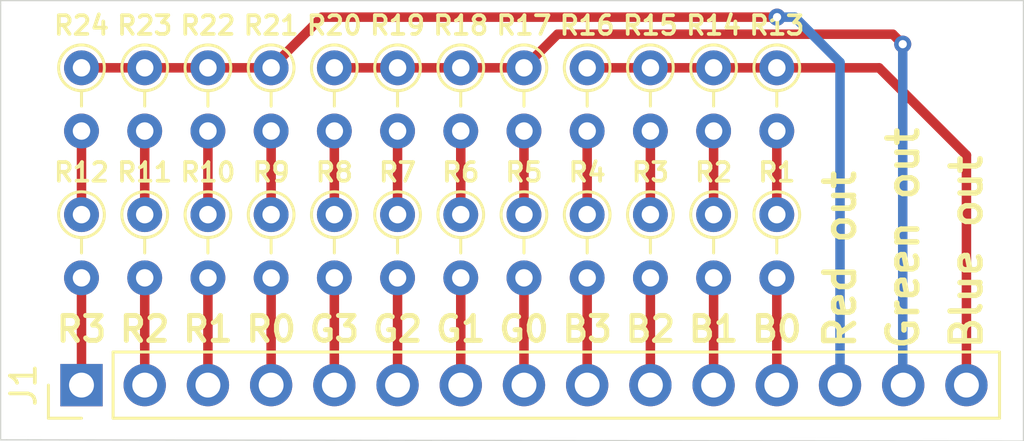
<source format=kicad_pcb>
(kicad_pcb (version 20171130) (host pcbnew 5.1.10-88a1d61d58~90~ubuntu20.04.1)

  (general
    (thickness 1.6)
    (drawings 23)
    (tracks 48)
    (zones 0)
    (modules 25)
    (nets 28)
  )

  (page A4)
  (layers
    (0 F.Cu signal)
    (31 B.Cu signal)
    (36 B.SilkS user)
    (37 F.SilkS user)
    (39 F.Mask user)
    (42 Eco1.User user)
    (44 Edge.Cuts user)
    (45 Margin user)
    (46 B.CrtYd user)
    (47 F.CrtYd user)
  )

  (setup
    (last_trace_width 0.381)
    (user_trace_width 0.254)
    (user_trace_width 0.381)
    (trace_clearance 0.1524)
    (zone_clearance 0.508)
    (zone_45_only no)
    (trace_min 0.1524)
    (via_size 0.6858)
    (via_drill 0.3302)
    (via_min_size 0.508)
    (via_min_drill 0.254)
    (uvia_size 0.508)
    (uvia_drill 0.254)
    (uvias_allowed no)
    (uvia_min_size 0.508)
    (uvia_min_drill 0.254)
    (edge_width 0.05)
    (segment_width 0.2)
    (pcb_text_width 0.3)
    (pcb_text_size 1.5 1.5)
    (mod_edge_width 0.12)
    (mod_text_size 1 1)
    (mod_text_width 0.15)
    (pad_size 1.524 1.524)
    (pad_drill 0.762)
    (pad_to_mask_clearance 0.0508)
    (aux_axis_origin 0 0)
    (visible_elements FFFFFF7F)
    (pcbplotparams
      (layerselection 0x010fc_ffffffff)
      (usegerberextensions false)
      (usegerberattributes true)
      (usegerberadvancedattributes true)
      (creategerberjobfile true)
      (excludeedgelayer true)
      (linewidth 0.100000)
      (plotframeref false)
      (viasonmask false)
      (mode 1)
      (useauxorigin false)
      (hpglpennumber 1)
      (hpglpenspeed 20)
      (hpglpendiameter 15.000000)
      (psnegative false)
      (psa4output false)
      (plotreference true)
      (plotvalue true)
      (plotinvisibletext false)
      (padsonsilk false)
      (subtractmaskfromsilk false)
      (outputformat 1)
      (mirror false)
      (drillshape 1)
      (scaleselection 1)
      (outputdirectory ""))
  )

  (net 0 "")
  (net 1 /Rin3)
  (net 2 /Rin2)
  (net 3 /Rin1)
  (net 4 /Rin0)
  (net 5 /Gin3)
  (net 6 /Gin2)
  (net 7 /Gin1)
  (net 8 /Gin0)
  (net 9 /Bin3)
  (net 10 /Bin2)
  (net 11 /Bin1)
  (net 12 /Bin0)
  (net 13 /Rout)
  (net 14 /Gout)
  (net 15 /Bout)
  (net 16 "Net-(R1-Pad1)")
  (net 17 "Net-(R14-Pad2)")
  (net 18 "Net-(R15-Pad2)")
  (net 19 "Net-(R16-Pad2)")
  (net 20 "Net-(R17-Pad2)")
  (net 21 "Net-(R18-Pad2)")
  (net 22 "Net-(R19-Pad2)")
  (net 23 "Net-(R20-Pad2)")
  (net 24 "Net-(R21-Pad2)")
  (net 25 "Net-(R10-Pad1)")
  (net 26 "Net-(R11-Pad1)")
  (net 27 "Net-(R12-Pad1)")

  (net_class Default "This is the default net class."
    (clearance 0.1524)
    (trace_width 0.1524)
    (via_dia 0.6858)
    (via_drill 0.3302)
    (uvia_dia 0.508)
    (uvia_drill 0.254)
    (add_net /Bin0)
    (add_net /Bin1)
    (add_net /Bin2)
    (add_net /Bin3)
    (add_net /Bout)
    (add_net /Gin0)
    (add_net /Gin1)
    (add_net /Gin2)
    (add_net /Gin3)
    (add_net /Gout)
    (add_net /Rin0)
    (add_net /Rin1)
    (add_net /Rin2)
    (add_net /Rin3)
    (add_net /Rout)
    (add_net "Net-(R1-Pad1)")
    (add_net "Net-(R10-Pad1)")
    (add_net "Net-(R11-Pad1)")
    (add_net "Net-(R12-Pad1)")
    (add_net "Net-(R14-Pad2)")
    (add_net "Net-(R15-Pad2)")
    (add_net "Net-(R16-Pad2)")
    (add_net "Net-(R17-Pad2)")
    (add_net "Net-(R18-Pad2)")
    (add_net "Net-(R19-Pad2)")
    (add_net "Net-(R20-Pad2)")
    (add_net "Net-(R21-Pad2)")
  )

  (module Connector_PinHeader_2.54mm:PinHeader_1x15_P2.54mm_Vertical (layer F.Cu) (tedit 59FED5CC) (tstamp 613D3C50)
    (at 113.3 133.55 90)
    (descr "Through hole straight pin header, 1x15, 2.54mm pitch, single row")
    (tags "Through hole pin header THT 1x15 2.54mm single row")
    (path /613CA3EC)
    (fp_text reference J1 (at 0 -2.33 90) (layer F.SilkS)
      (effects (font (size 1 1) (thickness 0.15)))
    )
    (fp_text value Conn_01x15 (at 0 37.89 90) (layer F.Fab)
      (effects (font (size 1 1) (thickness 0.15)))
    )
    (fp_line (start 1.8 -1.8) (end -1.8 -1.8) (layer F.CrtYd) (width 0.05))
    (fp_line (start 1.8 37.35) (end 1.8 -1.8) (layer F.CrtYd) (width 0.05))
    (fp_line (start -1.8 37.35) (end 1.8 37.35) (layer F.CrtYd) (width 0.05))
    (fp_line (start -1.8 -1.8) (end -1.8 37.35) (layer F.CrtYd) (width 0.05))
    (fp_line (start -1.33 -1.33) (end 0 -1.33) (layer F.SilkS) (width 0.12))
    (fp_line (start -1.33 0) (end -1.33 -1.33) (layer F.SilkS) (width 0.12))
    (fp_line (start -1.33 1.27) (end 1.33 1.27) (layer F.SilkS) (width 0.12))
    (fp_line (start 1.33 1.27) (end 1.33 36.89) (layer F.SilkS) (width 0.12))
    (fp_line (start -1.33 1.27) (end -1.33 36.89) (layer F.SilkS) (width 0.12))
    (fp_line (start -1.33 36.89) (end 1.33 36.89) (layer F.SilkS) (width 0.12))
    (fp_line (start -1.27 -0.635) (end -0.635 -1.27) (layer F.Fab) (width 0.1))
    (fp_line (start -1.27 36.83) (end -1.27 -0.635) (layer F.Fab) (width 0.1))
    (fp_line (start 1.27 36.83) (end -1.27 36.83) (layer F.Fab) (width 0.1))
    (fp_line (start 1.27 -1.27) (end 1.27 36.83) (layer F.Fab) (width 0.1))
    (fp_line (start -0.635 -1.27) (end 1.27 -1.27) (layer F.Fab) (width 0.1))
    (fp_text user %R (at 0 17.78) (layer F.Fab)
      (effects (font (size 1 1) (thickness 0.15)))
    )
    (pad 1 thru_hole rect (at 0 0 90) (size 1.7 1.7) (drill 1) (layers *.Cu *.Mask)
      (net 1 /Rin3))
    (pad 2 thru_hole oval (at 0 2.54 90) (size 1.7 1.7) (drill 1) (layers *.Cu *.Mask)
      (net 2 /Rin2))
    (pad 3 thru_hole oval (at 0 5.08 90) (size 1.7 1.7) (drill 1) (layers *.Cu *.Mask)
      (net 3 /Rin1))
    (pad 4 thru_hole oval (at 0 7.62 90) (size 1.7 1.7) (drill 1) (layers *.Cu *.Mask)
      (net 4 /Rin0))
    (pad 5 thru_hole oval (at 0 10.16 90) (size 1.7 1.7) (drill 1) (layers *.Cu *.Mask)
      (net 5 /Gin3))
    (pad 6 thru_hole oval (at 0 12.7 90) (size 1.7 1.7) (drill 1) (layers *.Cu *.Mask)
      (net 6 /Gin2))
    (pad 7 thru_hole oval (at 0 15.24 90) (size 1.7 1.7) (drill 1) (layers *.Cu *.Mask)
      (net 7 /Gin1))
    (pad 8 thru_hole oval (at 0 17.78 90) (size 1.7 1.7) (drill 1) (layers *.Cu *.Mask)
      (net 8 /Gin0))
    (pad 9 thru_hole oval (at 0 20.32 90) (size 1.7 1.7) (drill 1) (layers *.Cu *.Mask)
      (net 9 /Bin3))
    (pad 10 thru_hole oval (at 0 22.86 90) (size 1.7 1.7) (drill 1) (layers *.Cu *.Mask)
      (net 10 /Bin2))
    (pad 11 thru_hole oval (at 0 25.4 90) (size 1.7 1.7) (drill 1) (layers *.Cu *.Mask)
      (net 11 /Bin1))
    (pad 12 thru_hole oval (at 0 27.94 90) (size 1.7 1.7) (drill 1) (layers *.Cu *.Mask)
      (net 12 /Bin0))
    (pad 13 thru_hole oval (at 0 30.48 90) (size 1.7 1.7) (drill 1) (layers *.Cu *.Mask)
      (net 13 /Rout))
    (pad 14 thru_hole oval (at 0 33.02 90) (size 1.7 1.7) (drill 1) (layers *.Cu *.Mask)
      (net 14 /Gout))
    (pad 15 thru_hole oval (at 0 35.56 90) (size 1.7 1.7) (drill 1) (layers *.Cu *.Mask)
      (net 15 /Bout))
    (model ${KISYS3DMOD}/Connector_PinHeader_2.54mm.3dshapes/PinHeader_1x15_P2.54mm_Vertical.wrl
      (at (xyz 0 0 0))
      (scale (xyz 1 1 1))
      (rotate (xyz 0 0 0))
    )
  )

  (module BreadboardDAC:R_Axial_DIN0204_L3.6mm_D1.6mm_P2.54mm_Vertical (layer F.Cu) (tedit 613CAC29) (tstamp 613D3C5F)
    (at 141.24 126.7 270)
    (descr "Resistor, Axial_DIN0204 series, Axial, Vertical, pin pitch=2.54mm, 0.167W, length*diameter=3.6*1.6mm^2, http://cdn-reichelt.de/documents/datenblatt/B400/1_4W%23YAG.pdf")
    (tags "Resistor Axial_DIN0204 series Axial Vertical pin pitch 2.54mm 0.167W length 3.6mm diameter 1.6mm")
    (path /613D2749)
    (fp_text reference R1 (at -1.7018 0) (layer F.SilkS)
      (effects (font (size 0.75 0.75) (thickness 0.15)))
    )
    (fp_text value 3k9 (at 1.27 1.92 90) (layer F.Fab)
      (effects (font (size 1 1) (thickness 0.15)))
    )
    (fp_circle (center 0 0) (end 0.8 0) (layer F.Fab) (width 0.1))
    (fp_circle (center 0 0) (end 0.92 0) (layer F.SilkS) (width 0.12))
    (fp_line (start 0 0) (end 2.54 0) (layer F.Fab) (width 0.1))
    (fp_line (start 0.92 0) (end 1.54 0) (layer F.SilkS) (width 0.12))
    (fp_line (start -1.05 -1.05) (end -1.05 1.05) (layer F.CrtYd) (width 0.05))
    (fp_line (start -1.05 1.05) (end 3.49 1.05) (layer F.CrtYd) (width 0.05))
    (fp_line (start 3.49 1.05) (end 3.49 -1.05) (layer F.CrtYd) (width 0.05))
    (fp_line (start 3.49 -1.05) (end -1.05 -1.05) (layer F.CrtYd) (width 0.05))
    (fp_text user %R (at 4.191 0 180) (layer F.Fab)
      (effects (font (size 0.75 0.75) (thickness 0.15)))
    )
    (pad 1 thru_hole circle (at 0 0 270) (size 1.4 1.4) (drill 0.7) (layers *.Cu *.Mask)
      (net 16 "Net-(R1-Pad1)"))
    (pad 2 thru_hole oval (at 2.54 0 270) (size 1.4 1.4) (drill 0.7) (layers *.Cu *.Mask)
      (net 12 /Bin0))
    (model ${KISYS3DMOD}/Resistor_THT.3dshapes/R_Axial_DIN0204_L3.6mm_D1.6mm_P2.54mm_Vertical.wrl
      (at (xyz 0 0 0))
      (scale (xyz 1 1 1))
      (rotate (xyz 0 0 0))
    )
  )

  (module BreadboardDAC:R_Axial_DIN0204_L3.6mm_D1.6mm_P2.54mm_Vertical (layer F.Cu) (tedit 613CAC29) (tstamp 613D3C6E)
    (at 138.7 126.7 270)
    (descr "Resistor, Axial_DIN0204 series, Axial, Vertical, pin pitch=2.54mm, 0.167W, length*diameter=3.6*1.6mm^2, http://cdn-reichelt.de/documents/datenblatt/B400/1_4W%23YAG.pdf")
    (tags "Resistor Axial_DIN0204 series Axial Vertical pin pitch 2.54mm 0.167W length 3.6mm diameter 1.6mm")
    (path /613D28B3)
    (fp_text reference R2 (at -1.7018 0) (layer F.SilkS)
      (effects (font (size 0.75 0.75) (thickness 0.15)))
    )
    (fp_text value 2k (at 1.27 1.92 90) (layer F.Fab)
      (effects (font (size 1 1) (thickness 0.15)))
    )
    (fp_circle (center 0 0) (end 0.8 0) (layer F.Fab) (width 0.1))
    (fp_circle (center 0 0) (end 0.92 0) (layer F.SilkS) (width 0.12))
    (fp_line (start 0 0) (end 2.54 0) (layer F.Fab) (width 0.1))
    (fp_line (start 0.92 0) (end 1.54 0) (layer F.SilkS) (width 0.12))
    (fp_line (start -1.05 -1.05) (end -1.05 1.05) (layer F.CrtYd) (width 0.05))
    (fp_line (start -1.05 1.05) (end 3.49 1.05) (layer F.CrtYd) (width 0.05))
    (fp_line (start 3.49 1.05) (end 3.49 -1.05) (layer F.CrtYd) (width 0.05))
    (fp_line (start 3.49 -1.05) (end -1.05 -1.05) (layer F.CrtYd) (width 0.05))
    (fp_text user %R (at 4.191 0 180) (layer F.Fab)
      (effects (font (size 0.75 0.75) (thickness 0.15)))
    )
    (pad 1 thru_hole circle (at 0 0 270) (size 1.4 1.4) (drill 0.7) (layers *.Cu *.Mask)
      (net 17 "Net-(R14-Pad2)"))
    (pad 2 thru_hole oval (at 2.54 0 270) (size 1.4 1.4) (drill 0.7) (layers *.Cu *.Mask)
      (net 11 /Bin1))
    (model ${KISYS3DMOD}/Resistor_THT.3dshapes/R_Axial_DIN0204_L3.6mm_D1.6mm_P2.54mm_Vertical.wrl
      (at (xyz 0 0 0))
      (scale (xyz 1 1 1))
      (rotate (xyz 0 0 0))
    )
  )

  (module BreadboardDAC:R_Axial_DIN0204_L3.6mm_D1.6mm_P2.54mm_Vertical (layer F.Cu) (tedit 613CAC29) (tstamp 613D3C7D)
    (at 136.16 126.7 270)
    (descr "Resistor, Axial_DIN0204 series, Axial, Vertical, pin pitch=2.54mm, 0.167W, length*diameter=3.6*1.6mm^2, http://cdn-reichelt.de/documents/datenblatt/B400/1_4W%23YAG.pdf")
    (tags "Resistor Axial_DIN0204 series Axial Vertical pin pitch 2.54mm 0.167W length 3.6mm diameter 1.6mm")
    (path /613D28C9)
    (fp_text reference R3 (at -1.7018 0) (layer F.SilkS)
      (effects (font (size 0.75 0.75) (thickness 0.15)))
    )
    (fp_text value 1k (at 1.27 1.92 90) (layer F.Fab)
      (effects (font (size 1 1) (thickness 0.15)))
    )
    (fp_circle (center 0 0) (end 0.8 0) (layer F.Fab) (width 0.1))
    (fp_circle (center 0 0) (end 0.92 0) (layer F.SilkS) (width 0.12))
    (fp_line (start 0 0) (end 2.54 0) (layer F.Fab) (width 0.1))
    (fp_line (start 0.92 0) (end 1.54 0) (layer F.SilkS) (width 0.12))
    (fp_line (start -1.05 -1.05) (end -1.05 1.05) (layer F.CrtYd) (width 0.05))
    (fp_line (start -1.05 1.05) (end 3.49 1.05) (layer F.CrtYd) (width 0.05))
    (fp_line (start 3.49 1.05) (end 3.49 -1.05) (layer F.CrtYd) (width 0.05))
    (fp_line (start 3.49 -1.05) (end -1.05 -1.05) (layer F.CrtYd) (width 0.05))
    (fp_text user %R (at 4.191 0 180) (layer F.Fab)
      (effects (font (size 0.75 0.75) (thickness 0.15)))
    )
    (pad 1 thru_hole circle (at 0 0 270) (size 1.4 1.4) (drill 0.7) (layers *.Cu *.Mask)
      (net 18 "Net-(R15-Pad2)"))
    (pad 2 thru_hole oval (at 2.54 0 270) (size 1.4 1.4) (drill 0.7) (layers *.Cu *.Mask)
      (net 10 /Bin2))
    (model ${KISYS3DMOD}/Resistor_THT.3dshapes/R_Axial_DIN0204_L3.6mm_D1.6mm_P2.54mm_Vertical.wrl
      (at (xyz 0 0 0))
      (scale (xyz 1 1 1))
      (rotate (xyz 0 0 0))
    )
  )

  (module BreadboardDAC:R_Axial_DIN0204_L3.6mm_D1.6mm_P2.54mm_Vertical (layer F.Cu) (tedit 613CAC29) (tstamp 613D3C8C)
    (at 133.62 126.7 270)
    (descr "Resistor, Axial_DIN0204 series, Axial, Vertical, pin pitch=2.54mm, 0.167W, length*diameter=3.6*1.6mm^2, http://cdn-reichelt.de/documents/datenblatt/B400/1_4W%23YAG.pdf")
    (tags "Resistor Axial_DIN0204 series Axial Vertical pin pitch 2.54mm 0.167W length 3.6mm diameter 1.6mm")
    (path /613D28DF)
    (fp_text reference R4 (at -1.7018 0) (layer F.SilkS)
      (effects (font (size 0.75 0.75) (thickness 0.15)))
    )
    (fp_text value 430 (at 1.27 1.92 90) (layer F.Fab)
      (effects (font (size 1 1) (thickness 0.15)))
    )
    (fp_circle (center 0 0) (end 0.8 0) (layer F.Fab) (width 0.1))
    (fp_circle (center 0 0) (end 0.92 0) (layer F.SilkS) (width 0.12))
    (fp_line (start 0 0) (end 2.54 0) (layer F.Fab) (width 0.1))
    (fp_line (start 0.92 0) (end 1.54 0) (layer F.SilkS) (width 0.12))
    (fp_line (start -1.05 -1.05) (end -1.05 1.05) (layer F.CrtYd) (width 0.05))
    (fp_line (start -1.05 1.05) (end 3.49 1.05) (layer F.CrtYd) (width 0.05))
    (fp_line (start 3.49 1.05) (end 3.49 -1.05) (layer F.CrtYd) (width 0.05))
    (fp_line (start 3.49 -1.05) (end -1.05 -1.05) (layer F.CrtYd) (width 0.05))
    (fp_text user %R (at 4.191 0 180) (layer F.Fab)
      (effects (font (size 0.75 0.75) (thickness 0.15)))
    )
    (pad 1 thru_hole circle (at 0 0 270) (size 1.4 1.4) (drill 0.7) (layers *.Cu *.Mask)
      (net 19 "Net-(R16-Pad2)"))
    (pad 2 thru_hole oval (at 2.54 0 270) (size 1.4 1.4) (drill 0.7) (layers *.Cu *.Mask)
      (net 9 /Bin3))
    (model ${KISYS3DMOD}/Resistor_THT.3dshapes/R_Axial_DIN0204_L3.6mm_D1.6mm_P2.54mm_Vertical.wrl
      (at (xyz 0 0 0))
      (scale (xyz 1 1 1))
      (rotate (xyz 0 0 0))
    )
  )

  (module BreadboardDAC:R_Axial_DIN0204_L3.6mm_D1.6mm_P2.54mm_Vertical (layer F.Cu) (tedit 613CAC29) (tstamp 613D3C9B)
    (at 131.08 126.7 270)
    (descr "Resistor, Axial_DIN0204 series, Axial, Vertical, pin pitch=2.54mm, 0.167W, length*diameter=3.6*1.6mm^2, http://cdn-reichelt.de/documents/datenblatt/B400/1_4W%23YAG.pdf")
    (tags "Resistor Axial_DIN0204 series Axial Vertical pin pitch 2.54mm 0.167W length 3.6mm diameter 1.6mm")
    (path /613D03E6)
    (fp_text reference R5 (at -1.7018 0) (layer F.SilkS)
      (effects (font (size 0.75 0.75) (thickness 0.15)))
    )
    (fp_text value 3k9 (at 1.27 1.92 90) (layer F.Fab)
      (effects (font (size 1 1) (thickness 0.15)))
    )
    (fp_text user %R (at 4.191 0 180) (layer F.Fab)
      (effects (font (size 0.75 0.75) (thickness 0.15)))
    )
    (fp_line (start 3.49 -1.05) (end -1.05 -1.05) (layer F.CrtYd) (width 0.05))
    (fp_line (start 3.49 1.05) (end 3.49 -1.05) (layer F.CrtYd) (width 0.05))
    (fp_line (start -1.05 1.05) (end 3.49 1.05) (layer F.CrtYd) (width 0.05))
    (fp_line (start -1.05 -1.05) (end -1.05 1.05) (layer F.CrtYd) (width 0.05))
    (fp_line (start 0.92 0) (end 1.54 0) (layer F.SilkS) (width 0.12))
    (fp_line (start 0 0) (end 2.54 0) (layer F.Fab) (width 0.1))
    (fp_circle (center 0 0) (end 0.92 0) (layer F.SilkS) (width 0.12))
    (fp_circle (center 0 0) (end 0.8 0) (layer F.Fab) (width 0.1))
    (pad 2 thru_hole oval (at 2.54 0 270) (size 1.4 1.4) (drill 0.7) (layers *.Cu *.Mask)
      (net 8 /Gin0))
    (pad 1 thru_hole circle (at 0 0 270) (size 1.4 1.4) (drill 0.7) (layers *.Cu *.Mask)
      (net 20 "Net-(R17-Pad2)"))
    (model ${KISYS3DMOD}/Resistor_THT.3dshapes/R_Axial_DIN0204_L3.6mm_D1.6mm_P2.54mm_Vertical.wrl
      (at (xyz 0 0 0))
      (scale (xyz 1 1 1))
      (rotate (xyz 0 0 0))
    )
  )

  (module BreadboardDAC:R_Axial_DIN0204_L3.6mm_D1.6mm_P2.54mm_Vertical (layer F.Cu) (tedit 613CAC29) (tstamp 613D3CAA)
    (at 128.54 126.7 270)
    (descr "Resistor, Axial_DIN0204 series, Axial, Vertical, pin pitch=2.54mm, 0.167W, length*diameter=3.6*1.6mm^2, http://cdn-reichelt.de/documents/datenblatt/B400/1_4W%23YAG.pdf")
    (tags "Resistor Axial_DIN0204 series Axial Vertical pin pitch 2.54mm 0.167W length 3.6mm diameter 1.6mm")
    (path /613D04D0)
    (fp_text reference R6 (at -1.7018 0) (layer F.SilkS)
      (effects (font (size 0.75 0.75) (thickness 0.15)))
    )
    (fp_text value 2k (at 1.27 1.92 90) (layer F.Fab)
      (effects (font (size 1 1) (thickness 0.15)))
    )
    (fp_text user %R (at 4.191 0 180) (layer F.Fab)
      (effects (font (size 0.75 0.75) (thickness 0.15)))
    )
    (fp_line (start 3.49 -1.05) (end -1.05 -1.05) (layer F.CrtYd) (width 0.05))
    (fp_line (start 3.49 1.05) (end 3.49 -1.05) (layer F.CrtYd) (width 0.05))
    (fp_line (start -1.05 1.05) (end 3.49 1.05) (layer F.CrtYd) (width 0.05))
    (fp_line (start -1.05 -1.05) (end -1.05 1.05) (layer F.CrtYd) (width 0.05))
    (fp_line (start 0.92 0) (end 1.54 0) (layer F.SilkS) (width 0.12))
    (fp_line (start 0 0) (end 2.54 0) (layer F.Fab) (width 0.1))
    (fp_circle (center 0 0) (end 0.92 0) (layer F.SilkS) (width 0.12))
    (fp_circle (center 0 0) (end 0.8 0) (layer F.Fab) (width 0.1))
    (pad 2 thru_hole oval (at 2.54 0 270) (size 1.4 1.4) (drill 0.7) (layers *.Cu *.Mask)
      (net 7 /Gin1))
    (pad 1 thru_hole circle (at 0 0 270) (size 1.4 1.4) (drill 0.7) (layers *.Cu *.Mask)
      (net 21 "Net-(R18-Pad2)"))
    (model ${KISYS3DMOD}/Resistor_THT.3dshapes/R_Axial_DIN0204_L3.6mm_D1.6mm_P2.54mm_Vertical.wrl
      (at (xyz 0 0 0))
      (scale (xyz 1 1 1))
      (rotate (xyz 0 0 0))
    )
  )

  (module BreadboardDAC:R_Axial_DIN0204_L3.6mm_D1.6mm_P2.54mm_Vertical (layer F.Cu) (tedit 613CAC29) (tstamp 613D3CB9)
    (at 126 126.7 270)
    (descr "Resistor, Axial_DIN0204 series, Axial, Vertical, pin pitch=2.54mm, 0.167W, length*diameter=3.6*1.6mm^2, http://cdn-reichelt.de/documents/datenblatt/B400/1_4W%23YAG.pdf")
    (tags "Resistor Axial_DIN0204 series Axial Vertical pin pitch 2.54mm 0.167W length 3.6mm diameter 1.6mm")
    (path /613D04E6)
    (fp_text reference R7 (at -1.7018 0) (layer F.SilkS)
      (effects (font (size 0.75 0.75) (thickness 0.15)))
    )
    (fp_text value 1k (at 1.27 1.92 90) (layer F.Fab)
      (effects (font (size 1 1) (thickness 0.15)))
    )
    (fp_circle (center 0 0) (end 0.8 0) (layer F.Fab) (width 0.1))
    (fp_circle (center 0 0) (end 0.92 0) (layer F.SilkS) (width 0.12))
    (fp_line (start 0 0) (end 2.54 0) (layer F.Fab) (width 0.1))
    (fp_line (start 0.92 0) (end 1.54 0) (layer F.SilkS) (width 0.12))
    (fp_line (start -1.05 -1.05) (end -1.05 1.05) (layer F.CrtYd) (width 0.05))
    (fp_line (start -1.05 1.05) (end 3.49 1.05) (layer F.CrtYd) (width 0.05))
    (fp_line (start 3.49 1.05) (end 3.49 -1.05) (layer F.CrtYd) (width 0.05))
    (fp_line (start 3.49 -1.05) (end -1.05 -1.05) (layer F.CrtYd) (width 0.05))
    (fp_text user %R (at 4.191 0 180) (layer F.Fab)
      (effects (font (size 0.75 0.75) (thickness 0.15)))
    )
    (pad 1 thru_hole circle (at 0 0 270) (size 1.4 1.4) (drill 0.7) (layers *.Cu *.Mask)
      (net 22 "Net-(R19-Pad2)"))
    (pad 2 thru_hole oval (at 2.54 0 270) (size 1.4 1.4) (drill 0.7) (layers *.Cu *.Mask)
      (net 6 /Gin2))
    (model ${KISYS3DMOD}/Resistor_THT.3dshapes/R_Axial_DIN0204_L3.6mm_D1.6mm_P2.54mm_Vertical.wrl
      (at (xyz 0 0 0))
      (scale (xyz 1 1 1))
      (rotate (xyz 0 0 0))
    )
  )

  (module BreadboardDAC:R_Axial_DIN0204_L3.6mm_D1.6mm_P2.54mm_Vertical (layer F.Cu) (tedit 613CAC29) (tstamp 613D3CC8)
    (at 123.46 126.7 270)
    (descr "Resistor, Axial_DIN0204 series, Axial, Vertical, pin pitch=2.54mm, 0.167W, length*diameter=3.6*1.6mm^2, http://cdn-reichelt.de/documents/datenblatt/B400/1_4W%23YAG.pdf")
    (tags "Resistor Axial_DIN0204 series Axial Vertical pin pitch 2.54mm 0.167W length 3.6mm diameter 1.6mm")
    (path /613D04FC)
    (fp_text reference R8 (at -1.7018 0) (layer F.SilkS)
      (effects (font (size 0.75 0.75) (thickness 0.15)))
    )
    (fp_text value 430 (at 1.27 1.92 90) (layer F.Fab)
      (effects (font (size 1 1) (thickness 0.15)))
    )
    (fp_circle (center 0 0) (end 0.8 0) (layer F.Fab) (width 0.1))
    (fp_circle (center 0 0) (end 0.92 0) (layer F.SilkS) (width 0.12))
    (fp_line (start 0 0) (end 2.54 0) (layer F.Fab) (width 0.1))
    (fp_line (start 0.92 0) (end 1.54 0) (layer F.SilkS) (width 0.12))
    (fp_line (start -1.05 -1.05) (end -1.05 1.05) (layer F.CrtYd) (width 0.05))
    (fp_line (start -1.05 1.05) (end 3.49 1.05) (layer F.CrtYd) (width 0.05))
    (fp_line (start 3.49 1.05) (end 3.49 -1.05) (layer F.CrtYd) (width 0.05))
    (fp_line (start 3.49 -1.05) (end -1.05 -1.05) (layer F.CrtYd) (width 0.05))
    (fp_text user %R (at 4.191 0 180) (layer F.Fab)
      (effects (font (size 0.75 0.75) (thickness 0.15)))
    )
    (pad 1 thru_hole circle (at 0 0 270) (size 1.4 1.4) (drill 0.7) (layers *.Cu *.Mask)
      (net 23 "Net-(R20-Pad2)"))
    (pad 2 thru_hole oval (at 2.54 0 270) (size 1.4 1.4) (drill 0.7) (layers *.Cu *.Mask)
      (net 5 /Gin3))
    (model ${KISYS3DMOD}/Resistor_THT.3dshapes/R_Axial_DIN0204_L3.6mm_D1.6mm_P2.54mm_Vertical.wrl
      (at (xyz 0 0 0))
      (scale (xyz 1 1 1))
      (rotate (xyz 0 0 0))
    )
  )

  (module BreadboardDAC:R_Axial_DIN0204_L3.6mm_D1.6mm_P2.54mm_Vertical (layer F.Cu) (tedit 613CAC29) (tstamp 613D3CD7)
    (at 120.92 126.7 270)
    (descr "Resistor, Axial_DIN0204 series, Axial, Vertical, pin pitch=2.54mm, 0.167W, length*diameter=3.6*1.6mm^2, http://cdn-reichelt.de/documents/datenblatt/B400/1_4W%23YAG.pdf")
    (tags "Resistor Axial_DIN0204 series Axial Vertical pin pitch 2.54mm 0.167W length 3.6mm diameter 1.6mm")
    (path /613CD960)
    (fp_text reference R9 (at -1.7018 0) (layer F.SilkS)
      (effects (font (size 0.75 0.75) (thickness 0.15)))
    )
    (fp_text value 3k9 (at 1.27 1.92 90) (layer F.Fab)
      (effects (font (size 1 1) (thickness 0.15)))
    )
    (fp_text user %R (at 4.191 0 180) (layer F.Fab)
      (effects (font (size 0.75 0.75) (thickness 0.15)))
    )
    (fp_line (start 3.49 -1.05) (end -1.05 -1.05) (layer F.CrtYd) (width 0.05))
    (fp_line (start 3.49 1.05) (end 3.49 -1.05) (layer F.CrtYd) (width 0.05))
    (fp_line (start -1.05 1.05) (end 3.49 1.05) (layer F.CrtYd) (width 0.05))
    (fp_line (start -1.05 -1.05) (end -1.05 1.05) (layer F.CrtYd) (width 0.05))
    (fp_line (start 0.92 0) (end 1.54 0) (layer F.SilkS) (width 0.12))
    (fp_line (start 0 0) (end 2.54 0) (layer F.Fab) (width 0.1))
    (fp_circle (center 0 0) (end 0.92 0) (layer F.SilkS) (width 0.12))
    (fp_circle (center 0 0) (end 0.8 0) (layer F.Fab) (width 0.1))
    (pad 2 thru_hole oval (at 2.54 0 270) (size 1.4 1.4) (drill 0.7) (layers *.Cu *.Mask)
      (net 4 /Rin0))
    (pad 1 thru_hole circle (at 0 0 270) (size 1.4 1.4) (drill 0.7) (layers *.Cu *.Mask)
      (net 24 "Net-(R21-Pad2)"))
    (model ${KISYS3DMOD}/Resistor_THT.3dshapes/R_Axial_DIN0204_L3.6mm_D1.6mm_P2.54mm_Vertical.wrl
      (at (xyz 0 0 0))
      (scale (xyz 1 1 1))
      (rotate (xyz 0 0 0))
    )
  )

  (module BreadboardDAC:R_Axial_DIN0204_L3.6mm_D1.6mm_P2.54mm_Vertical (layer F.Cu) (tedit 613CAC29) (tstamp 613D3CE6)
    (at 118.38 126.7 270)
    (descr "Resistor, Axial_DIN0204 series, Axial, Vertical, pin pitch=2.54mm, 0.167W, length*diameter=3.6*1.6mm^2, http://cdn-reichelt.de/documents/datenblatt/B400/1_4W%23YAG.pdf")
    (tags "Resistor Axial_DIN0204 series Axial Vertical pin pitch 2.54mm 0.167W length 3.6mm diameter 1.6mm")
    (path /613CE98A)
    (fp_text reference R10 (at -1.7018 0) (layer F.SilkS)
      (effects (font (size 0.75 0.75) (thickness 0.15)))
    )
    (fp_text value 2k (at 1.27 1.92 90) (layer F.Fab)
      (effects (font (size 1 1) (thickness 0.15)))
    )
    (fp_text user %R (at 4.191 0 180) (layer F.Fab)
      (effects (font (size 0.75 0.75) (thickness 0.15)))
    )
    (fp_line (start 3.49 -1.05) (end -1.05 -1.05) (layer F.CrtYd) (width 0.05))
    (fp_line (start 3.49 1.05) (end 3.49 -1.05) (layer F.CrtYd) (width 0.05))
    (fp_line (start -1.05 1.05) (end 3.49 1.05) (layer F.CrtYd) (width 0.05))
    (fp_line (start -1.05 -1.05) (end -1.05 1.05) (layer F.CrtYd) (width 0.05))
    (fp_line (start 0.92 0) (end 1.54 0) (layer F.SilkS) (width 0.12))
    (fp_line (start 0 0) (end 2.54 0) (layer F.Fab) (width 0.1))
    (fp_circle (center 0 0) (end 0.92 0) (layer F.SilkS) (width 0.12))
    (fp_circle (center 0 0) (end 0.8 0) (layer F.Fab) (width 0.1))
    (pad 2 thru_hole oval (at 2.54 0 270) (size 1.4 1.4) (drill 0.7) (layers *.Cu *.Mask)
      (net 3 /Rin1))
    (pad 1 thru_hole circle (at 0 0 270) (size 1.4 1.4) (drill 0.7) (layers *.Cu *.Mask)
      (net 25 "Net-(R10-Pad1)"))
    (model ${KISYS3DMOD}/Resistor_THT.3dshapes/R_Axial_DIN0204_L3.6mm_D1.6mm_P2.54mm_Vertical.wrl
      (at (xyz 0 0 0))
      (scale (xyz 1 1 1))
      (rotate (xyz 0 0 0))
    )
  )

  (module BreadboardDAC:R_Axial_DIN0204_L3.6mm_D1.6mm_P2.54mm_Vertical (layer F.Cu) (tedit 613CAC29) (tstamp 613D3CF5)
    (at 115.84 126.7 270)
    (descr "Resistor, Axial_DIN0204 series, Axial, Vertical, pin pitch=2.54mm, 0.167W, length*diameter=3.6*1.6mm^2, http://cdn-reichelt.de/documents/datenblatt/B400/1_4W%23YAG.pdf")
    (tags "Resistor Axial_DIN0204 series Axial Vertical pin pitch 2.54mm 0.167W length 3.6mm diameter 1.6mm")
    (path /613CF264)
    (fp_text reference R11 (at -1.7018 0) (layer F.SilkS)
      (effects (font (size 0.75 0.75) (thickness 0.15)))
    )
    (fp_text value 1k (at 1.27 1.92 90) (layer F.Fab)
      (effects (font (size 1 1) (thickness 0.15)))
    )
    (fp_text user %R (at 4.191 0 180) (layer F.Fab)
      (effects (font (size 0.75 0.75) (thickness 0.15)))
    )
    (fp_line (start 3.49 -1.05) (end -1.05 -1.05) (layer F.CrtYd) (width 0.05))
    (fp_line (start 3.49 1.05) (end 3.49 -1.05) (layer F.CrtYd) (width 0.05))
    (fp_line (start -1.05 1.05) (end 3.49 1.05) (layer F.CrtYd) (width 0.05))
    (fp_line (start -1.05 -1.05) (end -1.05 1.05) (layer F.CrtYd) (width 0.05))
    (fp_line (start 0.92 0) (end 1.54 0) (layer F.SilkS) (width 0.12))
    (fp_line (start 0 0) (end 2.54 0) (layer F.Fab) (width 0.1))
    (fp_circle (center 0 0) (end 0.92 0) (layer F.SilkS) (width 0.12))
    (fp_circle (center 0 0) (end 0.8 0) (layer F.Fab) (width 0.1))
    (pad 2 thru_hole oval (at 2.54 0 270) (size 1.4 1.4) (drill 0.7) (layers *.Cu *.Mask)
      (net 2 /Rin2))
    (pad 1 thru_hole circle (at 0 0 270) (size 1.4 1.4) (drill 0.7) (layers *.Cu *.Mask)
      (net 26 "Net-(R11-Pad1)"))
    (model ${KISYS3DMOD}/Resistor_THT.3dshapes/R_Axial_DIN0204_L3.6mm_D1.6mm_P2.54mm_Vertical.wrl
      (at (xyz 0 0 0))
      (scale (xyz 1 1 1))
      (rotate (xyz 0 0 0))
    )
  )

  (module BreadboardDAC:R_Axial_DIN0204_L3.6mm_D1.6mm_P2.54mm_Vertical (layer F.Cu) (tedit 613CAC29) (tstamp 613D3D04)
    (at 113.3 126.7 270)
    (descr "Resistor, Axial_DIN0204 series, Axial, Vertical, pin pitch=2.54mm, 0.167W, length*diameter=3.6*1.6mm^2, http://cdn-reichelt.de/documents/datenblatt/B400/1_4W%23YAG.pdf")
    (tags "Resistor Axial_DIN0204 series Axial Vertical pin pitch 2.54mm 0.167W length 3.6mm diameter 1.6mm")
    (path /613CF30E)
    (fp_text reference R12 (at -1.7018 0) (layer F.SilkS)
      (effects (font (size 0.75 0.75) (thickness 0.15)))
    )
    (fp_text value 430 (at 1.27 1.92 90) (layer F.Fab)
      (effects (font (size 1 1) (thickness 0.15)))
    )
    (fp_text user %R (at 4.191 0 180) (layer F.Fab)
      (effects (font (size 0.75 0.75) (thickness 0.15)))
    )
    (fp_line (start 3.49 -1.05) (end -1.05 -1.05) (layer F.CrtYd) (width 0.05))
    (fp_line (start 3.49 1.05) (end 3.49 -1.05) (layer F.CrtYd) (width 0.05))
    (fp_line (start -1.05 1.05) (end 3.49 1.05) (layer F.CrtYd) (width 0.05))
    (fp_line (start -1.05 -1.05) (end -1.05 1.05) (layer F.CrtYd) (width 0.05))
    (fp_line (start 0.92 0) (end 1.54 0) (layer F.SilkS) (width 0.12))
    (fp_line (start 0 0) (end 2.54 0) (layer F.Fab) (width 0.1))
    (fp_circle (center 0 0) (end 0.92 0) (layer F.SilkS) (width 0.12))
    (fp_circle (center 0 0) (end 0.8 0) (layer F.Fab) (width 0.1))
    (pad 2 thru_hole oval (at 2.54 0 270) (size 1.4 1.4) (drill 0.7) (layers *.Cu *.Mask)
      (net 1 /Rin3))
    (pad 1 thru_hole circle (at 0 0 270) (size 1.4 1.4) (drill 0.7) (layers *.Cu *.Mask)
      (net 27 "Net-(R12-Pad1)"))
    (model ${KISYS3DMOD}/Resistor_THT.3dshapes/R_Axial_DIN0204_L3.6mm_D1.6mm_P2.54mm_Vertical.wrl
      (at (xyz 0 0 0))
      (scale (xyz 1 1 1))
      (rotate (xyz 0 0 0))
    )
  )

  (module BreadboardDAC:R_Axial_DIN0204_L3.6mm_D1.6mm_P2.54mm_Vertical (layer F.Cu) (tedit 613CAC29) (tstamp 613D3D13)
    (at 141.24 120.8 270)
    (descr "Resistor, Axial_DIN0204 series, Axial, Vertical, pin pitch=2.54mm, 0.167W, length*diameter=3.6*1.6mm^2, http://cdn-reichelt.de/documents/datenblatt/B400/1_4W%23YAG.pdf")
    (tags "Resistor Axial_DIN0204 series Axial Vertical pin pitch 2.54mm 0.167W length 3.6mm diameter 1.6mm")
    (path /613D28A8)
    (fp_text reference R13 (at -1.7018 0) (layer F.SilkS)
      (effects (font (size 0.75 0.75) (thickness 0.15)))
    )
    (fp_text value 200 (at 1.27 1.92 90) (layer F.Fab)
      (effects (font (size 1 1) (thickness 0.15)))
    )
    (fp_text user %R (at 4.191 0 180) (layer F.Fab)
      (effects (font (size 0.75 0.75) (thickness 0.15)))
    )
    (fp_line (start 3.49 -1.05) (end -1.05 -1.05) (layer F.CrtYd) (width 0.05))
    (fp_line (start 3.49 1.05) (end 3.49 -1.05) (layer F.CrtYd) (width 0.05))
    (fp_line (start -1.05 1.05) (end 3.49 1.05) (layer F.CrtYd) (width 0.05))
    (fp_line (start -1.05 -1.05) (end -1.05 1.05) (layer F.CrtYd) (width 0.05))
    (fp_line (start 0.92 0) (end 1.54 0) (layer F.SilkS) (width 0.12))
    (fp_line (start 0 0) (end 2.54 0) (layer F.Fab) (width 0.1))
    (fp_circle (center 0 0) (end 0.92 0) (layer F.SilkS) (width 0.12))
    (fp_circle (center 0 0) (end 0.8 0) (layer F.Fab) (width 0.1))
    (pad 2 thru_hole oval (at 2.54 0 270) (size 1.4 1.4) (drill 0.7) (layers *.Cu *.Mask)
      (net 16 "Net-(R1-Pad1)"))
    (pad 1 thru_hole circle (at 0 0 270) (size 1.4 1.4) (drill 0.7) (layers *.Cu *.Mask)
      (net 15 /Bout))
    (model ${KISYS3DMOD}/Resistor_THT.3dshapes/R_Axial_DIN0204_L3.6mm_D1.6mm_P2.54mm_Vertical.wrl
      (at (xyz 0 0 0))
      (scale (xyz 1 1 1))
      (rotate (xyz 0 0 0))
    )
  )

  (module BreadboardDAC:R_Axial_DIN0204_L3.6mm_D1.6mm_P2.54mm_Vertical (layer F.Cu) (tedit 613CAC29) (tstamp 613D3D22)
    (at 138.7 120.8 270)
    (descr "Resistor, Axial_DIN0204 series, Axial, Vertical, pin pitch=2.54mm, 0.167W, length*diameter=3.6*1.6mm^2, http://cdn-reichelt.de/documents/datenblatt/B400/1_4W%23YAG.pdf")
    (tags "Resistor Axial_DIN0204 series Axial Vertical pin pitch 2.54mm 0.167W length 3.6mm diameter 1.6mm")
    (path /613D28BE)
    (fp_text reference R14 (at -1.7018 0) (layer F.SilkS)
      (effects (font (size 0.75 0.75) (thickness 0.15)))
    )
    (fp_text value 51 (at 1.27 1.92 90) (layer F.Fab)
      (effects (font (size 1 1) (thickness 0.15)))
    )
    (fp_text user %R (at 4.191 0 180) (layer F.Fab)
      (effects (font (size 0.75 0.75) (thickness 0.15)))
    )
    (fp_line (start 3.49 -1.05) (end -1.05 -1.05) (layer F.CrtYd) (width 0.05))
    (fp_line (start 3.49 1.05) (end 3.49 -1.05) (layer F.CrtYd) (width 0.05))
    (fp_line (start -1.05 1.05) (end 3.49 1.05) (layer F.CrtYd) (width 0.05))
    (fp_line (start -1.05 -1.05) (end -1.05 1.05) (layer F.CrtYd) (width 0.05))
    (fp_line (start 0.92 0) (end 1.54 0) (layer F.SilkS) (width 0.12))
    (fp_line (start 0 0) (end 2.54 0) (layer F.Fab) (width 0.1))
    (fp_circle (center 0 0) (end 0.92 0) (layer F.SilkS) (width 0.12))
    (fp_circle (center 0 0) (end 0.8 0) (layer F.Fab) (width 0.1))
    (pad 2 thru_hole oval (at 2.54 0 270) (size 1.4 1.4) (drill 0.7) (layers *.Cu *.Mask)
      (net 17 "Net-(R14-Pad2)"))
    (pad 1 thru_hole circle (at 0 0 270) (size 1.4 1.4) (drill 0.7) (layers *.Cu *.Mask)
      (net 15 /Bout))
    (model ${KISYS3DMOD}/Resistor_THT.3dshapes/R_Axial_DIN0204_L3.6mm_D1.6mm_P2.54mm_Vertical.wrl
      (at (xyz 0 0 0))
      (scale (xyz 1 1 1))
      (rotate (xyz 0 0 0))
    )
  )

  (module BreadboardDAC:R_Axial_DIN0204_L3.6mm_D1.6mm_P2.54mm_Vertical (layer F.Cu) (tedit 613CAC29) (tstamp 613D3D31)
    (at 136.16 120.8 270)
    (descr "Resistor, Axial_DIN0204 series, Axial, Vertical, pin pitch=2.54mm, 0.167W, length*diameter=3.6*1.6mm^2, http://cdn-reichelt.de/documents/datenblatt/B400/1_4W%23YAG.pdf")
    (tags "Resistor Axial_DIN0204 series Axial Vertical pin pitch 2.54mm 0.167W length 3.6mm diameter 1.6mm")
    (path /613D28D4)
    (fp_text reference R15 (at -1.7018 0) (layer F.SilkS)
      (effects (font (size 0.75 0.75) (thickness 0.15)))
    )
    (fp_text value 24 (at 1.27 1.92 90) (layer F.Fab)
      (effects (font (size 1 1) (thickness 0.15)))
    )
    (fp_text user %R (at 4.191 0 180) (layer F.Fab)
      (effects (font (size 0.75 0.75) (thickness 0.15)))
    )
    (fp_line (start 3.49 -1.05) (end -1.05 -1.05) (layer F.CrtYd) (width 0.05))
    (fp_line (start 3.49 1.05) (end 3.49 -1.05) (layer F.CrtYd) (width 0.05))
    (fp_line (start -1.05 1.05) (end 3.49 1.05) (layer F.CrtYd) (width 0.05))
    (fp_line (start -1.05 -1.05) (end -1.05 1.05) (layer F.CrtYd) (width 0.05))
    (fp_line (start 0.92 0) (end 1.54 0) (layer F.SilkS) (width 0.12))
    (fp_line (start 0 0) (end 2.54 0) (layer F.Fab) (width 0.1))
    (fp_circle (center 0 0) (end 0.92 0) (layer F.SilkS) (width 0.12))
    (fp_circle (center 0 0) (end 0.8 0) (layer F.Fab) (width 0.1))
    (pad 2 thru_hole oval (at 2.54 0 270) (size 1.4 1.4) (drill 0.7) (layers *.Cu *.Mask)
      (net 18 "Net-(R15-Pad2)"))
    (pad 1 thru_hole circle (at 0 0 270) (size 1.4 1.4) (drill 0.7) (layers *.Cu *.Mask)
      (net 15 /Bout))
    (model ${KISYS3DMOD}/Resistor_THT.3dshapes/R_Axial_DIN0204_L3.6mm_D1.6mm_P2.54mm_Vertical.wrl
      (at (xyz 0 0 0))
      (scale (xyz 1 1 1))
      (rotate (xyz 0 0 0))
    )
  )

  (module BreadboardDAC:R_Axial_DIN0204_L3.6mm_D1.6mm_P2.54mm_Vertical (layer F.Cu) (tedit 613CAC29) (tstamp 613D3D40)
    (at 133.62 120.8 270)
    (descr "Resistor, Axial_DIN0204 series, Axial, Vertical, pin pitch=2.54mm, 0.167W, length*diameter=3.6*1.6mm^2, http://cdn-reichelt.de/documents/datenblatt/B400/1_4W%23YAG.pdf")
    (tags "Resistor Axial_DIN0204 series Axial Vertical pin pitch 2.54mm 0.167W length 3.6mm diameter 1.6mm")
    (path /613D28EA)
    (fp_text reference R16 (at -1.7018 0) (layer F.SilkS)
      (effects (font (size 0.75 0.75) (thickness 0.15)))
    )
    (fp_text value 82 (at 1.27 1.92 90) (layer F.Fab)
      (effects (font (size 1 1) (thickness 0.15)))
    )
    (fp_text user %R (at 4.191 0 180) (layer F.Fab)
      (effects (font (size 0.75 0.75) (thickness 0.15)))
    )
    (fp_line (start 3.49 -1.05) (end -1.05 -1.05) (layer F.CrtYd) (width 0.05))
    (fp_line (start 3.49 1.05) (end 3.49 -1.05) (layer F.CrtYd) (width 0.05))
    (fp_line (start -1.05 1.05) (end 3.49 1.05) (layer F.CrtYd) (width 0.05))
    (fp_line (start -1.05 -1.05) (end -1.05 1.05) (layer F.CrtYd) (width 0.05))
    (fp_line (start 0.92 0) (end 1.54 0) (layer F.SilkS) (width 0.12))
    (fp_line (start 0 0) (end 2.54 0) (layer F.Fab) (width 0.1))
    (fp_circle (center 0 0) (end 0.92 0) (layer F.SilkS) (width 0.12))
    (fp_circle (center 0 0) (end 0.8 0) (layer F.Fab) (width 0.1))
    (pad 2 thru_hole oval (at 2.54 0 270) (size 1.4 1.4) (drill 0.7) (layers *.Cu *.Mask)
      (net 19 "Net-(R16-Pad2)"))
    (pad 1 thru_hole circle (at 0 0 270) (size 1.4 1.4) (drill 0.7) (layers *.Cu *.Mask)
      (net 15 /Bout))
    (model ${KISYS3DMOD}/Resistor_THT.3dshapes/R_Axial_DIN0204_L3.6mm_D1.6mm_P2.54mm_Vertical.wrl
      (at (xyz 0 0 0))
      (scale (xyz 1 1 1))
      (rotate (xyz 0 0 0))
    )
  )

  (module BreadboardDAC:R_Axial_DIN0204_L3.6mm_D1.6mm_P2.54mm_Vertical (layer F.Cu) (tedit 613CAC29) (tstamp 613D3D4F)
    (at 131.08 120.8 270)
    (descr "Resistor, Axial_DIN0204 series, Axial, Vertical, pin pitch=2.54mm, 0.167W, length*diameter=3.6*1.6mm^2, http://cdn-reichelt.de/documents/datenblatt/B400/1_4W%23YAG.pdf")
    (tags "Resistor Axial_DIN0204 series Axial Vertical pin pitch 2.54mm 0.167W length 3.6mm diameter 1.6mm")
    (path /613D04C5)
    (fp_text reference R17 (at -1.7018 0) (layer F.SilkS)
      (effects (font (size 0.75 0.75) (thickness 0.15)))
    )
    (fp_text value 200 (at 1.27 1.92 90) (layer F.Fab)
      (effects (font (size 1 1) (thickness 0.15)))
    )
    (fp_circle (center 0 0) (end 0.8 0) (layer F.Fab) (width 0.1))
    (fp_circle (center 0 0) (end 0.92 0) (layer F.SilkS) (width 0.12))
    (fp_line (start 0 0) (end 2.54 0) (layer F.Fab) (width 0.1))
    (fp_line (start 0.92 0) (end 1.54 0) (layer F.SilkS) (width 0.12))
    (fp_line (start -1.05 -1.05) (end -1.05 1.05) (layer F.CrtYd) (width 0.05))
    (fp_line (start -1.05 1.05) (end 3.49 1.05) (layer F.CrtYd) (width 0.05))
    (fp_line (start 3.49 1.05) (end 3.49 -1.05) (layer F.CrtYd) (width 0.05))
    (fp_line (start 3.49 -1.05) (end -1.05 -1.05) (layer F.CrtYd) (width 0.05))
    (fp_text user %R (at 4.191 0 180) (layer F.Fab)
      (effects (font (size 0.75 0.75) (thickness 0.15)))
    )
    (pad 1 thru_hole circle (at 0 0 270) (size 1.4 1.4) (drill 0.7) (layers *.Cu *.Mask)
      (net 14 /Gout))
    (pad 2 thru_hole oval (at 2.54 0 270) (size 1.4 1.4) (drill 0.7) (layers *.Cu *.Mask)
      (net 20 "Net-(R17-Pad2)"))
    (model ${KISYS3DMOD}/Resistor_THT.3dshapes/R_Axial_DIN0204_L3.6mm_D1.6mm_P2.54mm_Vertical.wrl
      (at (xyz 0 0 0))
      (scale (xyz 1 1 1))
      (rotate (xyz 0 0 0))
    )
  )

  (module BreadboardDAC:R_Axial_DIN0204_L3.6mm_D1.6mm_P2.54mm_Vertical (layer F.Cu) (tedit 613CAC29) (tstamp 613D3D5E)
    (at 128.54 120.8 270)
    (descr "Resistor, Axial_DIN0204 series, Axial, Vertical, pin pitch=2.54mm, 0.167W, length*diameter=3.6*1.6mm^2, http://cdn-reichelt.de/documents/datenblatt/B400/1_4W%23YAG.pdf")
    (tags "Resistor Axial_DIN0204 series Axial Vertical pin pitch 2.54mm 0.167W length 3.6mm diameter 1.6mm")
    (path /613D04DB)
    (fp_text reference R18 (at -1.7018 0) (layer F.SilkS)
      (effects (font (size 0.75 0.75) (thickness 0.15)))
    )
    (fp_text value 51 (at 1.27 1.92 90) (layer F.Fab)
      (effects (font (size 1 1) (thickness 0.15)))
    )
    (fp_circle (center 0 0) (end 0.8 0) (layer F.Fab) (width 0.1))
    (fp_circle (center 0 0) (end 0.92 0) (layer F.SilkS) (width 0.12))
    (fp_line (start 0 0) (end 2.54 0) (layer F.Fab) (width 0.1))
    (fp_line (start 0.92 0) (end 1.54 0) (layer F.SilkS) (width 0.12))
    (fp_line (start -1.05 -1.05) (end -1.05 1.05) (layer F.CrtYd) (width 0.05))
    (fp_line (start -1.05 1.05) (end 3.49 1.05) (layer F.CrtYd) (width 0.05))
    (fp_line (start 3.49 1.05) (end 3.49 -1.05) (layer F.CrtYd) (width 0.05))
    (fp_line (start 3.49 -1.05) (end -1.05 -1.05) (layer F.CrtYd) (width 0.05))
    (fp_text user %R (at 4.191 0 180) (layer F.Fab)
      (effects (font (size 0.75 0.75) (thickness 0.15)))
    )
    (pad 1 thru_hole circle (at 0 0 270) (size 1.4 1.4) (drill 0.7) (layers *.Cu *.Mask)
      (net 14 /Gout))
    (pad 2 thru_hole oval (at 2.54 0 270) (size 1.4 1.4) (drill 0.7) (layers *.Cu *.Mask)
      (net 21 "Net-(R18-Pad2)"))
    (model ${KISYS3DMOD}/Resistor_THT.3dshapes/R_Axial_DIN0204_L3.6mm_D1.6mm_P2.54mm_Vertical.wrl
      (at (xyz 0 0 0))
      (scale (xyz 1 1 1))
      (rotate (xyz 0 0 0))
    )
  )

  (module BreadboardDAC:R_Axial_DIN0204_L3.6mm_D1.6mm_P2.54mm_Vertical (layer F.Cu) (tedit 613CAC29) (tstamp 613D3D6D)
    (at 126 120.8 270)
    (descr "Resistor, Axial_DIN0204 series, Axial, Vertical, pin pitch=2.54mm, 0.167W, length*diameter=3.6*1.6mm^2, http://cdn-reichelt.de/documents/datenblatt/B400/1_4W%23YAG.pdf")
    (tags "Resistor Axial_DIN0204 series Axial Vertical pin pitch 2.54mm 0.167W length 3.6mm diameter 1.6mm")
    (path /613D04F1)
    (fp_text reference R19 (at -1.7018 0) (layer F.SilkS)
      (effects (font (size 0.75 0.75) (thickness 0.15)))
    )
    (fp_text value 24 (at 1.27 1.92 90) (layer F.Fab)
      (effects (font (size 1 1) (thickness 0.15)))
    )
    (fp_text user %R (at 4.191 0 180) (layer F.Fab)
      (effects (font (size 0.75 0.75) (thickness 0.15)))
    )
    (fp_line (start 3.49 -1.05) (end -1.05 -1.05) (layer F.CrtYd) (width 0.05))
    (fp_line (start 3.49 1.05) (end 3.49 -1.05) (layer F.CrtYd) (width 0.05))
    (fp_line (start -1.05 1.05) (end 3.49 1.05) (layer F.CrtYd) (width 0.05))
    (fp_line (start -1.05 -1.05) (end -1.05 1.05) (layer F.CrtYd) (width 0.05))
    (fp_line (start 0.92 0) (end 1.54 0) (layer F.SilkS) (width 0.12))
    (fp_line (start 0 0) (end 2.54 0) (layer F.Fab) (width 0.1))
    (fp_circle (center 0 0) (end 0.92 0) (layer F.SilkS) (width 0.12))
    (fp_circle (center 0 0) (end 0.8 0) (layer F.Fab) (width 0.1))
    (pad 2 thru_hole oval (at 2.54 0 270) (size 1.4 1.4) (drill 0.7) (layers *.Cu *.Mask)
      (net 22 "Net-(R19-Pad2)"))
    (pad 1 thru_hole circle (at 0 0 270) (size 1.4 1.4) (drill 0.7) (layers *.Cu *.Mask)
      (net 14 /Gout))
    (model ${KISYS3DMOD}/Resistor_THT.3dshapes/R_Axial_DIN0204_L3.6mm_D1.6mm_P2.54mm_Vertical.wrl
      (at (xyz 0 0 0))
      (scale (xyz 1 1 1))
      (rotate (xyz 0 0 0))
    )
  )

  (module BreadboardDAC:R_Axial_DIN0204_L3.6mm_D1.6mm_P2.54mm_Vertical (layer F.Cu) (tedit 613CAC29) (tstamp 613D3D7C)
    (at 123.46 120.8 270)
    (descr "Resistor, Axial_DIN0204 series, Axial, Vertical, pin pitch=2.54mm, 0.167W, length*diameter=3.6*1.6mm^2, http://cdn-reichelt.de/documents/datenblatt/B400/1_4W%23YAG.pdf")
    (tags "Resistor Axial_DIN0204 series Axial Vertical pin pitch 2.54mm 0.167W length 3.6mm diameter 1.6mm")
    (path /613D0507)
    (fp_text reference R20 (at -1.7018 0) (layer F.SilkS)
      (effects (font (size 0.75 0.75) (thickness 0.15)))
    )
    (fp_text value 82 (at 1.27 1.92 90) (layer F.Fab)
      (effects (font (size 1 1) (thickness 0.15)))
    )
    (fp_text user %R (at 4.191 0 180) (layer F.Fab)
      (effects (font (size 0.75 0.75) (thickness 0.15)))
    )
    (fp_line (start 3.49 -1.05) (end -1.05 -1.05) (layer F.CrtYd) (width 0.05))
    (fp_line (start 3.49 1.05) (end 3.49 -1.05) (layer F.CrtYd) (width 0.05))
    (fp_line (start -1.05 1.05) (end 3.49 1.05) (layer F.CrtYd) (width 0.05))
    (fp_line (start -1.05 -1.05) (end -1.05 1.05) (layer F.CrtYd) (width 0.05))
    (fp_line (start 0.92 0) (end 1.54 0) (layer F.SilkS) (width 0.12))
    (fp_line (start 0 0) (end 2.54 0) (layer F.Fab) (width 0.1))
    (fp_circle (center 0 0) (end 0.92 0) (layer F.SilkS) (width 0.12))
    (fp_circle (center 0 0) (end 0.8 0) (layer F.Fab) (width 0.1))
    (pad 2 thru_hole oval (at 2.54 0 270) (size 1.4 1.4) (drill 0.7) (layers *.Cu *.Mask)
      (net 23 "Net-(R20-Pad2)"))
    (pad 1 thru_hole circle (at 0 0 270) (size 1.4 1.4) (drill 0.7) (layers *.Cu *.Mask)
      (net 14 /Gout))
    (model ${KISYS3DMOD}/Resistor_THT.3dshapes/R_Axial_DIN0204_L3.6mm_D1.6mm_P2.54mm_Vertical.wrl
      (at (xyz 0 0 0))
      (scale (xyz 1 1 1))
      (rotate (xyz 0 0 0))
    )
  )

  (module BreadboardDAC:R_Axial_DIN0204_L3.6mm_D1.6mm_P2.54mm_Vertical (layer F.Cu) (tedit 613CAC29) (tstamp 613D3D8B)
    (at 120.92 120.8 270)
    (descr "Resistor, Axial_DIN0204 series, Axial, Vertical, pin pitch=2.54mm, 0.167W, length*diameter=3.6*1.6mm^2, http://cdn-reichelt.de/documents/datenblatt/B400/1_4W%23YAG.pdf")
    (tags "Resistor Axial_DIN0204 series Axial Vertical pin pitch 2.54mm 0.167W length 3.6mm diameter 1.6mm")
    (path /613CE331)
    (fp_text reference R21 (at -1.7018 0) (layer F.SilkS)
      (effects (font (size 0.75 0.75) (thickness 0.15)))
    )
    (fp_text value 200 (at 1.27 1.92 90) (layer F.Fab)
      (effects (font (size 1 1) (thickness 0.15)))
    )
    (fp_circle (center 0 0) (end 0.8 0) (layer F.Fab) (width 0.1))
    (fp_circle (center 0 0) (end 0.92 0) (layer F.SilkS) (width 0.12))
    (fp_line (start 0 0) (end 2.54 0) (layer F.Fab) (width 0.1))
    (fp_line (start 0.92 0) (end 1.54 0) (layer F.SilkS) (width 0.12))
    (fp_line (start -1.05 -1.05) (end -1.05 1.05) (layer F.CrtYd) (width 0.05))
    (fp_line (start -1.05 1.05) (end 3.49 1.05) (layer F.CrtYd) (width 0.05))
    (fp_line (start 3.49 1.05) (end 3.49 -1.05) (layer F.CrtYd) (width 0.05))
    (fp_line (start 3.49 -1.05) (end -1.05 -1.05) (layer F.CrtYd) (width 0.05))
    (fp_text user %R (at 4.191 0 180) (layer F.Fab)
      (effects (font (size 0.75 0.75) (thickness 0.15)))
    )
    (pad 1 thru_hole circle (at 0 0 270) (size 1.4 1.4) (drill 0.7) (layers *.Cu *.Mask)
      (net 13 /Rout))
    (pad 2 thru_hole oval (at 2.54 0 270) (size 1.4 1.4) (drill 0.7) (layers *.Cu *.Mask)
      (net 24 "Net-(R21-Pad2)"))
    (model ${KISYS3DMOD}/Resistor_THT.3dshapes/R_Axial_DIN0204_L3.6mm_D1.6mm_P2.54mm_Vertical.wrl
      (at (xyz 0 0 0))
      (scale (xyz 1 1 1))
      (rotate (xyz 0 0 0))
    )
  )

  (module BreadboardDAC:R_Axial_DIN0204_L3.6mm_D1.6mm_P2.54mm_Vertical (layer F.Cu) (tedit 613CAC29) (tstamp 613D3D9A)
    (at 118.38 120.8 270)
    (descr "Resistor, Axial_DIN0204 series, Axial, Vertical, pin pitch=2.54mm, 0.167W, length*diameter=3.6*1.6mm^2, http://cdn-reichelt.de/documents/datenblatt/B400/1_4W%23YAG.pdf")
    (tags "Resistor Axial_DIN0204 series Axial Vertical pin pitch 2.54mm 0.167W length 3.6mm diameter 1.6mm")
    (path /613CEA09)
    (fp_text reference R22 (at -1.7018 0) (layer F.SilkS)
      (effects (font (size 0.75 0.75) (thickness 0.15)))
    )
    (fp_text value 51 (at 1.27 1.92 90) (layer F.Fab)
      (effects (font (size 1 1) (thickness 0.15)))
    )
    (fp_circle (center 0 0) (end 0.8 0) (layer F.Fab) (width 0.1))
    (fp_circle (center 0 0) (end 0.92 0) (layer F.SilkS) (width 0.12))
    (fp_line (start 0 0) (end 2.54 0) (layer F.Fab) (width 0.1))
    (fp_line (start 0.92 0) (end 1.54 0) (layer F.SilkS) (width 0.12))
    (fp_line (start -1.05 -1.05) (end -1.05 1.05) (layer F.CrtYd) (width 0.05))
    (fp_line (start -1.05 1.05) (end 3.49 1.05) (layer F.CrtYd) (width 0.05))
    (fp_line (start 3.49 1.05) (end 3.49 -1.05) (layer F.CrtYd) (width 0.05))
    (fp_line (start 3.49 -1.05) (end -1.05 -1.05) (layer F.CrtYd) (width 0.05))
    (fp_text user %R (at 4.191 0 180) (layer F.Fab)
      (effects (font (size 0.75 0.75) (thickness 0.15)))
    )
    (pad 1 thru_hole circle (at 0 0 270) (size 1.4 1.4) (drill 0.7) (layers *.Cu *.Mask)
      (net 13 /Rout))
    (pad 2 thru_hole oval (at 2.54 0 270) (size 1.4 1.4) (drill 0.7) (layers *.Cu *.Mask)
      (net 25 "Net-(R10-Pad1)"))
    (model ${KISYS3DMOD}/Resistor_THT.3dshapes/R_Axial_DIN0204_L3.6mm_D1.6mm_P2.54mm_Vertical.wrl
      (at (xyz 0 0 0))
      (scale (xyz 1 1 1))
      (rotate (xyz 0 0 0))
    )
  )

  (module BreadboardDAC:R_Axial_DIN0204_L3.6mm_D1.6mm_P2.54mm_Vertical (layer F.Cu) (tedit 613CAC29) (tstamp 613D3DA9)
    (at 115.84 120.8 270)
    (descr "Resistor, Axial_DIN0204 series, Axial, Vertical, pin pitch=2.54mm, 0.167W, length*diameter=3.6*1.6mm^2, http://cdn-reichelt.de/documents/datenblatt/B400/1_4W%23YAG.pdf")
    (tags "Resistor Axial_DIN0204 series Axial Vertical pin pitch 2.54mm 0.167W length 3.6mm diameter 1.6mm")
    (path /613CF303)
    (fp_text reference R23 (at -1.7018 0) (layer F.SilkS)
      (effects (font (size 0.75 0.75) (thickness 0.15)))
    )
    (fp_text value 24 (at 1.27 1.92 90) (layer F.Fab)
      (effects (font (size 1 1) (thickness 0.15)))
    )
    (fp_circle (center 0 0) (end 0.8 0) (layer F.Fab) (width 0.1))
    (fp_circle (center 0 0) (end 0.92 0) (layer F.SilkS) (width 0.12))
    (fp_line (start 0 0) (end 2.54 0) (layer F.Fab) (width 0.1))
    (fp_line (start 0.92 0) (end 1.54 0) (layer F.SilkS) (width 0.12))
    (fp_line (start -1.05 -1.05) (end -1.05 1.05) (layer F.CrtYd) (width 0.05))
    (fp_line (start -1.05 1.05) (end 3.49 1.05) (layer F.CrtYd) (width 0.05))
    (fp_line (start 3.49 1.05) (end 3.49 -1.05) (layer F.CrtYd) (width 0.05))
    (fp_line (start 3.49 -1.05) (end -1.05 -1.05) (layer F.CrtYd) (width 0.05))
    (fp_text user %R (at 4.191 0 180) (layer F.Fab)
      (effects (font (size 0.75 0.75) (thickness 0.15)))
    )
    (pad 1 thru_hole circle (at 0 0 270) (size 1.4 1.4) (drill 0.7) (layers *.Cu *.Mask)
      (net 13 /Rout))
    (pad 2 thru_hole oval (at 2.54 0 270) (size 1.4 1.4) (drill 0.7) (layers *.Cu *.Mask)
      (net 26 "Net-(R11-Pad1)"))
    (model ${KISYS3DMOD}/Resistor_THT.3dshapes/R_Axial_DIN0204_L3.6mm_D1.6mm_P2.54mm_Vertical.wrl
      (at (xyz 0 0 0))
      (scale (xyz 1 1 1))
      (rotate (xyz 0 0 0))
    )
  )

  (module BreadboardDAC:R_Axial_DIN0204_L3.6mm_D1.6mm_P2.54mm_Vertical (layer F.Cu) (tedit 613CAC29) (tstamp 613D3DB8)
    (at 113.3 120.8 270)
    (descr "Resistor, Axial_DIN0204 series, Axial, Vertical, pin pitch=2.54mm, 0.167W, length*diameter=3.6*1.6mm^2, http://cdn-reichelt.de/documents/datenblatt/B400/1_4W%23YAG.pdf")
    (tags "Resistor Axial_DIN0204 series Axial Vertical pin pitch 2.54mm 0.167W length 3.6mm diameter 1.6mm")
    (path /613CF319)
    (fp_text reference R24 (at -1.7018 0) (layer F.SilkS)
      (effects (font (size 0.75 0.75) (thickness 0.15)))
    )
    (fp_text value 82 (at 1.27 1.92 90) (layer F.Fab)
      (effects (font (size 1 1) (thickness 0.15)))
    )
    (fp_circle (center 0 0) (end 0.8 0) (layer F.Fab) (width 0.1))
    (fp_circle (center 0 0) (end 0.92 0) (layer F.SilkS) (width 0.12))
    (fp_line (start 0 0) (end 2.54 0) (layer F.Fab) (width 0.1))
    (fp_line (start 0.92 0) (end 1.54 0) (layer F.SilkS) (width 0.12))
    (fp_line (start -1.05 -1.05) (end -1.05 1.05) (layer F.CrtYd) (width 0.05))
    (fp_line (start -1.05 1.05) (end 3.49 1.05) (layer F.CrtYd) (width 0.05))
    (fp_line (start 3.49 1.05) (end 3.49 -1.05) (layer F.CrtYd) (width 0.05))
    (fp_line (start 3.49 -1.05) (end -1.05 -1.05) (layer F.CrtYd) (width 0.05))
    (fp_text user %R (at 4.191 0 180) (layer F.Fab)
      (effects (font (size 0.75 0.75) (thickness 0.15)))
    )
    (pad 1 thru_hole circle (at 0 0 270) (size 1.4 1.4) (drill 0.7) (layers *.Cu *.Mask)
      (net 13 /Rout))
    (pad 2 thru_hole oval (at 2.54 0 270) (size 1.4 1.4) (drill 0.7) (layers *.Cu *.Mask)
      (net 27 "Net-(R12-Pad1)"))
    (model ${KISYS3DMOD}/Resistor_THT.3dshapes/R_Axial_DIN0204_L3.6mm_D1.6mm_P2.54mm_Vertical.wrl
      (at (xyz 0 0 0))
      (scale (xyz 1 1 1))
      (rotate (xyz 0 0 0))
    )
  )

  (gr_line (start 151.15 118.1) (end 151.15 118.25) (layer Edge.Cuts) (width 0.05) (tstamp 613D5338))
  (gr_line (start 110.05 118.1) (end 151.15 118.1) (layer Edge.Cuts) (width 0.05))
  (gr_line (start 110.05 118.25) (end 110.05 118.1) (layer Edge.Cuts) (width 0.05))
  (gr_line (start 110.05 135.75) (end 110.05 118.25) (layer Edge.Cuts) (width 0.05))
  (gr_line (start 110.3 135.75) (end 110.05 135.75) (layer Edge.Cuts) (width 0.05))
  (gr_line (start 110.3 135.75) (end 111.15 135.75) (layer Edge.Cuts) (width 0.05) (tstamp 613D523A))
  (gr_line (start 151.15 135.8) (end 151.15 118.25) (layer Edge.Cuts) (width 0.05))
  (gr_line (start 111.15 135.75) (end 151.15 135.8) (layer Edge.Cuts) (width 0.05))
  (gr_text "Blue out" (at 148.86 128.2 90) (layer F.SilkS) (tstamp 613D50CB)
    (effects (font (size 1.2 1.2) (thickness 0.22)))
  )
  (gr_text "Green out" (at 146.32 127.65 90) (layer F.SilkS) (tstamp 613D50C7)
    (effects (font (size 1.2 1.2) (thickness 0.22)))
  )
  (gr_text "Red out" (at 143.78 128.5 90) (layer F.SilkS)
    (effects (font (size 1.2 1.2) (thickness 0.22)))
  )
  (gr_text B1 (at 138.7 131.3) (layer F.SilkS) (tstamp 613D4EC8)
    (effects (font (size 1 1) (thickness 0.2)))
  )
  (gr_text B3 (at 133.62 131.3) (layer F.SilkS) (tstamp 613D4EC7)
    (effects (font (size 1 1) (thickness 0.2)))
  )
  (gr_text B0 (at 141.24 131.3) (layer F.SilkS) (tstamp 613D4EC6)
    (effects (font (size 1 1) (thickness 0.2)))
  )
  (gr_text B2 (at 136.16 131.3) (layer F.SilkS) (tstamp 613D4EC5)
    (effects (font (size 1 1) (thickness 0.2)))
  )
  (gr_text G1 (at 128.54 131.3) (layer F.SilkS) (tstamp 613D4EC0)
    (effects (font (size 1 1) (thickness 0.2)))
  )
  (gr_text G2 (at 126 131.3) (layer F.SilkS) (tstamp 613D4EBF)
    (effects (font (size 1 1) (thickness 0.2)))
  )
  (gr_text G0 (at 131.08 131.3) (layer F.SilkS) (tstamp 613D4EBE)
    (effects (font (size 1 1) (thickness 0.2)))
  )
  (gr_text G3 (at 123.46 131.3) (layer F.SilkS) (tstamp 613D4EBD)
    (effects (font (size 1 1) (thickness 0.2)))
  )
  (gr_text R0 (at 120.92 131.3) (layer F.SilkS) (tstamp 613D4E49)
    (effects (font (size 1 1) (thickness 0.2)))
  )
  (gr_text R1 (at 118.38 131.3) (layer F.SilkS) (tstamp 613D4E47)
    (effects (font (size 1 1) (thickness 0.2)))
  )
  (gr_text R2 (at 115.84 131.3) (layer F.SilkS) (tstamp 613D4E45)
    (effects (font (size 1 1) (thickness 0.2)))
  )
  (gr_text R3 (at 113.3 131.3) (layer F.SilkS)
    (effects (font (size 1 1) (thickness 0.2)))
  )

  (segment (start 113.3 133.55) (end 113.3 129.24) (width 0.381) (layer F.Cu) (net 1))
  (segment (start 115.84 133.55) (end 115.84 129.24) (width 0.381) (layer F.Cu) (net 2))
  (segment (start 118.38 133.55) (end 118.38 129.24) (width 0.381) (layer F.Cu) (net 3))
  (segment (start 120.92 133.55) (end 120.92 129.24) (width 0.381) (layer F.Cu) (net 4))
  (segment (start 123.46 133.55) (end 123.46 129.24) (width 0.381) (layer F.Cu) (net 5))
  (segment (start 126 133.55) (end 126 129.24) (width 0.381) (layer F.Cu) (net 6))
  (segment (start 128.54 133.55) (end 128.54 129.24) (width 0.381) (layer F.Cu) (net 7))
  (segment (start 131.08 133.55) (end 131.08 129.24) (width 0.381) (layer F.Cu) (net 8))
  (segment (start 133.62 133.55) (end 133.62 129.24) (width 0.381) (layer F.Cu) (net 9))
  (segment (start 136.16 133.55) (end 136.16 129.24) (width 0.381) (layer F.Cu) (net 10))
  (segment (start 138.7 133.55) (end 138.7 129.24) (width 0.381) (layer F.Cu) (net 11))
  (segment (start 141.24 133.55) (end 141.24 129.24) (width 0.381) (layer F.Cu) (net 12))
  (segment (start 113.3 120.8) (end 115.84 120.8) (width 0.381) (layer F.Cu) (net 13))
  (segment (start 115.84 120.8) (end 118.38 120.8) (width 0.381) (layer F.Cu) (net 13))
  (segment (start 118.38 120.8) (end 120.92 120.8) (width 0.381) (layer F.Cu) (net 13))
  (segment (start 122.9558 118.7642) (end 141.25 118.7642) (width 0.381) (layer F.Cu) (net 13))
  (via (at 141.25 118.7642) (size 0.6858) (drill 0.3302) (layers F.Cu B.Cu) (net 13))
  (segment (start 120.92 120.8) (end 122.9558 118.7642) (width 0.381) (layer F.Cu) (net 13))
  (segment (start 141.25 118.7642) (end 141.9642 118.7642) (width 0.381) (layer B.Cu) (net 13))
  (segment (start 143.78 120.58) (end 143.78 133.55) (width 0.381) (layer B.Cu) (net 13))
  (segment (start 141.9642 118.7642) (end 143.78 120.58) (width 0.381) (layer B.Cu) (net 13))
  (segment (start 123.46 120.8) (end 126 120.8) (width 0.381) (layer F.Cu) (net 14))
  (segment (start 126 120.8) (end 128.54 120.8) (width 0.381) (layer F.Cu) (net 14))
  (segment (start 128.54 120.8) (end 131.08 120.8) (width 0.381) (layer F.Cu) (net 14))
  (segment (start 131.08 120.8) (end 132.43 119.45) (width 0.381) (layer F.Cu) (net 14))
  (via (at 146.3 119.85) (size 0.6858) (drill 0.3302) (layers F.Cu B.Cu) (net 14))
  (segment (start 145.9 119.45) (end 146.3 119.85) (width 0.381) (layer F.Cu) (net 14))
  (segment (start 132.43 119.45) (end 145.9 119.45) (width 0.381) (layer F.Cu) (net 14))
  (segment (start 146.3 133.53) (end 146.32 133.55) (width 0.381) (layer B.Cu) (net 14))
  (segment (start 146.3 119.85) (end 146.3 133.53) (width 0.381) (layer B.Cu) (net 14))
  (segment (start 133.62 120.8) (end 136.16 120.8) (width 0.381) (layer F.Cu) (net 15))
  (segment (start 136.16 120.8) (end 138.7 120.8) (width 0.381) (layer F.Cu) (net 15))
  (segment (start 138.7 120.8) (end 141.24 120.8) (width 0.381) (layer F.Cu) (net 15))
  (segment (start 141.24 120.8) (end 145.35 120.8) (width 0.381) (layer F.Cu) (net 15))
  (segment (start 148.86 124.31) (end 148.86 133.55) (width 0.381) (layer F.Cu) (net 15))
  (segment (start 145.35 120.8) (end 148.86 124.31) (width 0.381) (layer F.Cu) (net 15))
  (segment (start 141.24 126.7) (end 141.24 123.34) (width 0.381) (layer F.Cu) (net 16))
  (segment (start 138.7 126.7) (end 138.7 123.34) (width 0.381) (layer F.Cu) (net 17))
  (segment (start 136.16 126.7) (end 136.16 123.34) (width 0.381) (layer F.Cu) (net 18))
  (segment (start 133.62 126.7) (end 133.62 123.34) (width 0.381) (layer F.Cu) (net 19))
  (segment (start 131.08 126.7) (end 131.08 123.34) (width 0.381) (layer F.Cu) (net 20))
  (segment (start 128.54 126.7) (end 128.54 123.34) (width 0.381) (layer F.Cu) (net 21))
  (segment (start 126 126.7) (end 126 123.34) (width 0.381) (layer F.Cu) (net 22))
  (segment (start 123.46 126.7) (end 123.46 123.34) (width 0.381) (layer F.Cu) (net 23))
  (segment (start 120.92 126.7) (end 120.92 123.34) (width 0.381) (layer F.Cu) (net 24))
  (segment (start 118.38 126.7) (end 118.38 123.34) (width 0.381) (layer F.Cu) (net 25))
  (segment (start 115.84 126.7) (end 115.84 123.34) (width 0.381) (layer F.Cu) (net 26))
  (segment (start 113.3 126.7) (end 113.3 123.34) (width 0.381) (layer F.Cu) (net 27))

)

</source>
